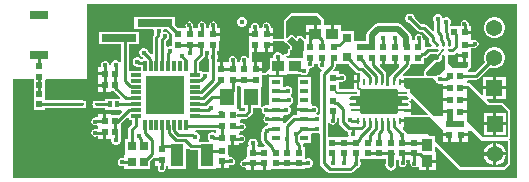
<source format=gtl>
G04*
G04 #@! TF.GenerationSoftware,Altium Limited,Altium Designer,25.4.2 (15)*
G04*
G04 Layer_Physical_Order=1*
G04 Layer_Color=255*
%FSLAX44Y44*%
%MOMM*%
G71*
G04*
G04 #@! TF.SameCoordinates,0B5DAD5C-0C0E-4793-B882-C7F6C3490101*
G04*
G04*
G04 #@! TF.FilePolarity,Positive*
G04*
G01*
G75*
%ADD10C,0.1270*%
%ADD14C,0.2540*%
%ADD17R,0.6200X0.6200*%
%ADD18R,0.6000X0.2400*%
%ADD19R,0.2400X0.6000*%
%ADD20R,3.0000X0.6500*%
%ADD21R,1.1000X1.9000*%
%ADD22R,0.6200X0.6200*%
%ADD23C,0.2450*%
%ADD24R,1.2700X1.3970*%
%ADD25R,0.5000X0.5000*%
%ADD26R,0.5000X0.5000*%
%ADD27R,1.6000X0.8000*%
%ADD28R,0.8000X0.8000*%
%ADD29R,0.9300X1.0100*%
%ADD30R,0.7000X0.7000*%
%ADD31R,0.3000X0.8128*%
%ADD32R,0.8128X0.3000*%
%ADD34R,0.4000X0.5000*%
%ADD35R,0.2032X0.2032*%
%ADD36R,0.7500X0.3500*%
%ADD37R,1.0100X0.9300*%
%ADD38R,3.0500X2.0500*%
%ADD39R,3.2004X3.2004*%
%ADD40C,1.3700*%
%ADD41R,1.3700X1.3700*%
%ADD42R,0.0500X0.0500*%
%ADD43C,0.5080*%
%ADD44C,0.4000*%
%ADD45C,0.3000*%
G36*
X682730Y255524D02*
X255748D01*
Y339090D01*
X273852D01*
Y336440D01*
X273956D01*
Y331072D01*
X273884D01*
Y323342D01*
X273884Y322072D01*
X273884Y320802D01*
Y313072D01*
X282884D01*
Y314238D01*
X314860D01*
X316097Y314484D01*
X317948D01*
Y316335D01*
X318194Y317572D01*
X317948Y318809D01*
Y320516D01*
X316340D01*
X316136Y320652D01*
X314860Y320906D01*
X283135D01*
X282884Y322072D01*
X282884Y323342D01*
Y329256D01*
X282956D01*
Y338256D01*
X283881Y339090D01*
X319024D01*
Y402590D01*
X682730D01*
Y255524D01*
D02*
G37*
%LPC*%
G36*
X450630Y391350D02*
X449038D01*
X447568Y390741D01*
X446443Y389616D01*
X445834Y388146D01*
Y386554D01*
X446443Y385084D01*
X447568Y383959D01*
X449038Y383350D01*
X450630D01*
X452100Y383959D01*
X453225Y385084D01*
X453834Y386554D01*
Y388146D01*
X453225Y389616D01*
X452100Y390741D01*
X450630Y391350D01*
D02*
G37*
G36*
X664894Y391364D02*
X662564D01*
X660313Y390761D01*
X658295Y389596D01*
X656647Y387948D01*
X655482Y385930D01*
X654879Y383679D01*
Y381349D01*
X655482Y379098D01*
X656647Y377080D01*
X658295Y375433D01*
X660313Y374267D01*
X662564Y373664D01*
X664894D01*
X667145Y374267D01*
X669163Y375433D01*
X670811Y377080D01*
X671976Y379098D01*
X672579Y381349D01*
Y383679D01*
X671976Y385930D01*
X670811Y387948D01*
X669163Y389596D01*
X667145Y390761D01*
X664894Y391364D01*
D02*
G37*
G36*
X513334Y394723D02*
X491998D01*
X491218Y394568D01*
X490556Y394126D01*
X490556Y394126D01*
X485756Y389326D01*
X485314Y388664D01*
X485159Y387884D01*
Y375673D01*
X485159Y375673D01*
X485159Y375672D01*
X485238Y375278D01*
X485314Y374893D01*
X485314Y374892D01*
X485315Y374892D01*
X485532Y374566D01*
X485652Y374387D01*
X485370Y373579D01*
X485107Y373138D01*
X484650Y373003D01*
X476504D01*
Y375594D01*
X470864D01*
Y378134D01*
X476504D01*
Y382504D01*
X474097D01*
Y383693D01*
X473843Y384969D01*
X473120Y386050D01*
X473019Y386152D01*
X471938Y386874D01*
X470662Y387128D01*
X469386Y386874D01*
X468304Y386152D01*
X467582Y385070D01*
X467328Y383794D01*
X467332Y383774D01*
X466540Y382504D01*
X464445D01*
Y383185D01*
X464191Y384461D01*
X463469Y385542D01*
X463368Y385644D01*
X462286Y386366D01*
X461010Y386620D01*
X459734Y386366D01*
X458652Y385644D01*
X457930Y384562D01*
X457676Y383286D01*
X456549Y382504D01*
X455572D01*
Y378134D01*
X461212D01*
Y375594D01*
X455572D01*
Y371224D01*
X456112D01*
Y362764D01*
X456112D01*
X456167Y362697D01*
X456073Y362224D01*
Y356794D01*
X455795Y356689D01*
X454803Y356583D01*
X454224Y357449D01*
X453142Y358172D01*
X451866Y358426D01*
X450590Y358172D01*
X449509Y357449D01*
X448786Y356368D01*
X448532Y355092D01*
Y354081D01*
X447854Y353092D01*
X445421D01*
Y355219D01*
X445167Y356495D01*
X444445Y357576D01*
X444318Y357704D01*
X443236Y358426D01*
X441960Y358680D01*
X440684Y358426D01*
X439603Y357704D01*
X438880Y356622D01*
X438626Y355346D01*
X438753Y354707D01*
Y353092D01*
X436574D01*
Y353040D01*
X433832D01*
Y347400D01*
X431292D01*
Y353040D01*
X428784D01*
Y355563D01*
X428841Y355620D01*
X429450Y357090D01*
Y358682D01*
X428841Y360152D01*
X428784Y360209D01*
Y362764D01*
X430550D01*
Y371224D01*
X431090D01*
Y375594D01*
X425450D01*
Y378134D01*
X431090D01*
Y382504D01*
X428911D01*
Y383760D01*
X429038Y384398D01*
X428784Y385674D01*
X428061Y386755D01*
X426980Y387478D01*
X425704Y387732D01*
X424428Y387478D01*
X423346Y386755D01*
X423219Y386628D01*
X422497Y385547D01*
X422243Y384271D01*
Y382504D01*
X420206D01*
X420050Y382594D01*
X419367Y383355D01*
X419236Y383644D01*
X419386Y384398D01*
X419132Y385674D01*
X418410Y386755D01*
X417328Y387478D01*
X416052Y387732D01*
X414776Y387478D01*
X413694Y386755D01*
X413441Y386502D01*
X412718Y385420D01*
X412464Y384144D01*
Y382374D01*
X408845D01*
Y384271D01*
X408591Y385547D01*
X407868Y386628D01*
X407742Y386755D01*
X406660Y387478D01*
X405384Y387732D01*
X404108Y387478D01*
X403027Y386755D01*
X402304Y385674D01*
X402050Y384398D01*
X402177Y383760D01*
Y382374D01*
X399998D01*
Y381834D01*
X395601D01*
X392934Y384501D01*
Y391838D01*
X358934D01*
Y381338D01*
X374684D01*
X375389Y380282D01*
X375321Y380117D01*
Y378525D01*
X375708Y377592D01*
Y377089D01*
X375206Y376588D01*
X374484Y375506D01*
X374230Y374230D01*
Y360363D01*
X373057Y359876D01*
X370776Y362157D01*
Y362238D01*
X370167Y363708D01*
X369042Y364833D01*
X367572Y365442D01*
X365980D01*
X364510Y364833D01*
X363385Y363708D01*
X362776Y362238D01*
Y360646D01*
X363385Y359176D01*
X364510Y358051D01*
X365980Y357442D01*
X365792Y356250D01*
X365694Y356013D01*
X364400D01*
X363708Y356705D01*
X362238Y357314D01*
X360646D01*
X359176Y356705D01*
X358051Y355580D01*
X357442Y354110D01*
Y352518D01*
X358051Y351048D01*
X359176Y349923D01*
X360646Y349314D01*
X362238D01*
X362364Y349366D01*
X362472Y349345D01*
X364064D01*
Y346120D01*
X354235D01*
X354108Y347337D01*
Y368638D01*
X362934D01*
Y379138D01*
X328934D01*
Y368638D01*
X347440D01*
Y353804D01*
X346735Y353491D01*
X346170Y353415D01*
X345166Y354419D01*
X343696Y355028D01*
X342104D01*
X340634Y354419D01*
X339509Y353294D01*
X338900Y351824D01*
Y351299D01*
X338100Y350578D01*
X337598Y351028D01*
X337344Y352304D01*
X336622Y353386D01*
X335540Y354108D01*
X334264Y354362D01*
X332988Y354108D01*
X331907Y353386D01*
X331688Y353167D01*
X330966Y352086D01*
X330712Y350810D01*
Y349048D01*
X328188D01*
Y344678D01*
X333828D01*
Y342138D01*
X328188D01*
Y337768D01*
Y335026D01*
X333828D01*
Y333756D01*
X335098D01*
Y328116D01*
X339468D01*
Y328656D01*
X341253D01*
X346736Y323173D01*
X346250Y322000D01*
X334170D01*
Y320834D01*
X326672D01*
X325396Y320580D01*
X325300Y320516D01*
X323656D01*
Y318872D01*
X323592Y318776D01*
X323338Y317500D01*
X323592Y316224D01*
X323656Y316128D01*
Y314484D01*
X325300D01*
X325396Y314420D01*
X326672Y314166D01*
X334170D01*
Y313000D01*
X346937D01*
X348188Y311748D01*
X348188Y311247D01*
X345571Y308630D01*
X339468D01*
Y309170D01*
X335098D01*
Y303530D01*
X332558D01*
Y309170D01*
X328188D01*
Y306864D01*
X326531D01*
X325255Y306610D01*
X324555Y306143D01*
X324352Y306102D01*
X323270Y305380D01*
X322548Y304298D01*
X322294Y303022D01*
X322548Y301746D01*
X323270Y300665D01*
X324352Y299942D01*
X325628Y299688D01*
X326023D01*
X326918Y299866D01*
X327939Y299270D01*
X328188Y299008D01*
Y297085D01*
X325755D01*
X324479Y296831D01*
X323397Y296108D01*
X323270Y295982D01*
X322548Y294900D01*
X322294Y293624D01*
X322548Y292348D01*
X323270Y291266D01*
X324352Y290544D01*
X325628Y290290D01*
X326267Y290417D01*
X328188D01*
Y288238D01*
X332558D01*
Y293878D01*
X335098D01*
Y288238D01*
X339154D01*
Y286732D01*
X339763Y285262D01*
X340888Y284137D01*
X342358Y283528D01*
X343950D01*
X345420Y284137D01*
X346545Y285262D01*
X347154Y286732D01*
Y288324D01*
X347458Y288778D01*
X347928D01*
Y301557D01*
X353062Y306691D01*
X354235Y306205D01*
Y304120D01*
X356965D01*
Y301295D01*
X354089Y298419D01*
X353366Y297337D01*
X353112Y296061D01*
Y288090D01*
X350946D01*
Y286090D01*
X350832D01*
Y274630D01*
X350406D01*
Y271995D01*
X348337D01*
X347980Y272066D01*
X346704Y271812D01*
X345622Y271089D01*
X344900Y270008D01*
X344646Y268732D01*
X344900Y267456D01*
X345622Y266374D01*
X345694Y266304D01*
X346775Y265581D01*
X348051Y265327D01*
X350406D01*
Y262550D01*
X362486D01*
Y263090D01*
X372446D01*
Y269375D01*
X375203Y272132D01*
X375264Y272106D01*
X382016D01*
Y269566D01*
X376376D01*
Y265196D01*
X378682D01*
Y263652D01*
X378936Y262376D01*
X379659Y261294D01*
X380740Y260572D01*
X382016Y260318D01*
X383292Y260572D01*
X384374Y261294D01*
X385096Y262376D01*
X385350Y263652D01*
Y265196D01*
X387656D01*
X387670Y263932D01*
Y262820D01*
X402670D01*
Y279987D01*
X403843Y280473D01*
X404124Y280193D01*
X405206Y279470D01*
X406482Y279216D01*
X412670D01*
Y262820D01*
X427670D01*
Y263672D01*
X431800D01*
Y269312D01*
X434340D01*
Y263672D01*
X438710D01*
Y265942D01*
X440763D01*
X440944Y265906D01*
X442220Y266160D01*
X443302Y266882D01*
X444024Y267964D01*
X444278Y269240D01*
X444024Y270516D01*
X443302Y271598D01*
X443265Y271633D01*
X442184Y272356D01*
X440908Y272610D01*
X438710D01*
Y274952D01*
X438170D01*
Y283158D01*
X440872D01*
Y288798D01*
X443412D01*
Y283158D01*
X447782D01*
Y285152D01*
X449052Y285315D01*
X449580Y285210D01*
X450856Y285464D01*
X451937Y286187D01*
X452660Y287268D01*
X452914Y288544D01*
X452660Y289820D01*
X451937Y290902D01*
X451810Y291028D01*
X450729Y291751D01*
X449453Y292005D01*
X447782D01*
Y293318D01*
X448036D01*
Y295312D01*
X449306Y295475D01*
X449834Y295370D01*
X451110Y295624D01*
X452192Y296346D01*
X452914Y297428D01*
X453168Y298704D01*
X452914Y299980D01*
X452192Y301061D01*
X452065Y301189D01*
X450983Y301911D01*
X449707Y302165D01*
X448036D01*
Y304598D01*
X448852Y305530D01*
X453338D01*
X454614Y305784D01*
X455695Y306507D01*
X458411Y309222D01*
X459134Y310304D01*
X459388Y311580D01*
Y314611D01*
X464730D01*
X465550Y314611D01*
X465689Y314532D01*
X466589Y313774D01*
X466662Y312601D01*
Y312386D01*
X467271Y310916D01*
X468396Y309791D01*
X469705Y309249D01*
X469725Y309199D01*
X469851Y308561D01*
X469835Y307925D01*
X469067Y307411D01*
X468344Y306330D01*
X468090Y305054D01*
X468344Y303778D01*
X469067Y302696D01*
X469129Y302633D01*
X470211Y301911D01*
X471487Y301657D01*
X471847D01*
X472087Y300815D01*
X471291Y299656D01*
X470650Y299528D01*
X470320Y299308D01*
X469990D01*
X468520Y298699D01*
X467395Y297574D01*
X466786Y296104D01*
Y295774D01*
X466566Y295444D01*
X466312Y294168D01*
Y287274D01*
X466566Y285998D01*
X467289Y284916D01*
X469216Y282989D01*
X468730Y281816D01*
X463833D01*
X462984Y283086D01*
X463232Y283684D01*
Y285276D01*
X462623Y286746D01*
X461498Y287871D01*
X460028Y288480D01*
X458436D01*
X456966Y287871D01*
X455841Y286746D01*
X455232Y285276D01*
Y283684D01*
X455480Y283086D01*
X454631Y281816D01*
X454132D01*
Y273356D01*
X453592D01*
Y270923D01*
X451993D01*
X450717Y270669D01*
X449636Y269946D01*
X449509Y269820D01*
X448786Y268738D01*
X448532Y267462D01*
X448786Y266186D01*
X449509Y265105D01*
X450590Y264382D01*
X451866Y264128D01*
X452322Y264219D01*
X453592Y263708D01*
Y262076D01*
X457962D01*
Y267716D01*
X460502D01*
Y262076D01*
X467614D01*
Y267716D01*
X470154D01*
Y262076D01*
X474524D01*
Y262616D01*
X503194D01*
Y263781D01*
X504464Y264369D01*
X505426Y263970D01*
X507018D01*
X508488Y264579D01*
X509613Y265704D01*
X510222Y267174D01*
Y268766D01*
X509613Y270236D01*
X508488Y271361D01*
X507018Y271970D01*
X505426D01*
X504464Y271571D01*
X504422Y271573D01*
X503276Y272212D01*
X503194Y272315D01*
Y281816D01*
X501428D01*
Y283438D01*
X501334Y283908D01*
X502275Y285178D01*
X508478D01*
Y292678D01*
X509335Y293593D01*
X511010D01*
X511068Y293535D01*
X512538Y292926D01*
X514130D01*
X514572Y293109D01*
X515842Y292261D01*
Y267883D01*
X516096Y266607D01*
X516819Y265526D01*
X522256Y260089D01*
X523337Y259366D01*
X524613Y259112D01*
X541338D01*
X542614Y259366D01*
X543695Y260089D01*
X547069Y263462D01*
X547150D01*
X548620Y264071D01*
X549745Y265196D01*
X550354Y266666D01*
Y268258D01*
X549745Y269728D01*
X549955Y270936D01*
X571470D01*
Y267605D01*
X571189Y266192D01*
X571541Y264421D01*
X572545Y262919D01*
X574047Y261915D01*
X575818Y261563D01*
X577589Y261915D01*
X579091Y262919D01*
X579372Y263200D01*
X579372Y263200D01*
X580376Y264702D01*
X580728Y266473D01*
X580728Y266473D01*
Y270396D01*
X582531D01*
Y267829D01*
X582784Y266553D01*
X583507Y265472D01*
X583620Y265359D01*
X584702Y264636D01*
X585978Y264382D01*
X587254Y264636D01*
X588335Y265359D01*
X589058Y266440D01*
X589312Y267716D01*
X589199Y268286D01*
Y270396D01*
X592436D01*
Y267575D01*
X592690Y266299D01*
X593413Y265218D01*
X593526Y265105D01*
X594608Y264382D01*
X595884Y264128D01*
X597160Y264382D01*
X598242Y265105D01*
X598373Y265301D01*
X599643Y264916D01*
Y261792D01*
X605563D01*
Y269382D01*
X606833D01*
Y270652D01*
X614023D01*
Y276972D01*
X613483D01*
Y281388D01*
X614656Y281874D01*
X633812Y262718D01*
X634474Y262276D01*
X635254Y262121D01*
X671576D01*
X671576Y262121D01*
X672356Y262276D01*
X673018Y262718D01*
X676410Y266110D01*
X676852Y266772D01*
X677007Y267552D01*
Y286766D01*
X676852Y287546D01*
X676410Y288208D01*
Y288262D01*
X676574Y288372D01*
X677016Y289034D01*
X677171Y289814D01*
X677171Y311658D01*
X677016Y312438D01*
X676574Y313100D01*
X671240Y318434D01*
X671240Y318434D01*
X670578Y318876D01*
X669798Y319031D01*
X659213Y319031D01*
X657093Y321151D01*
X657579Y322324D01*
X662459D01*
Y330444D01*
X654339D01*
Y325564D01*
X653166Y325078D01*
X643307Y334937D01*
X642645Y335379D01*
X641865Y335534D01*
X641325Y335427D01*
X640913Y335646D01*
X640055Y336560D01*
X640055Y336774D01*
X640055D01*
Y337642D01*
X640953Y338540D01*
X648489D01*
X649765Y338794D01*
X650847Y339517D01*
X660240Y348910D01*
X660313Y348867D01*
X662564Y348264D01*
X664894D01*
X667145Y348867D01*
X669163Y350033D01*
X670811Y351680D01*
X671976Y353698D01*
X672579Y355949D01*
Y358279D01*
X671976Y360530D01*
X670811Y362548D01*
X669163Y364196D01*
X667145Y365361D01*
X664894Y365964D01*
X662564D01*
X660313Y365361D01*
X658295Y364196D01*
X656647Y362548D01*
X655482Y360530D01*
X654879Y358279D01*
Y355949D01*
X655482Y353698D01*
X655525Y353625D01*
X647108Y345208D01*
X641264D01*
X641106Y345655D01*
X641052Y346478D01*
X641522Y346792D01*
X643125Y348395D01*
X643567Y349057D01*
X643722Y349837D01*
Y353578D01*
X643628Y354051D01*
X643683Y354118D01*
X643683D01*
Y362578D01*
X644223D01*
Y364884D01*
X645953D01*
X647229Y365138D01*
X648068Y365699D01*
X648214Y365728D01*
X649296Y366451D01*
X650018Y367532D01*
X650272Y368808D01*
X650018Y370084D01*
X649296Y371166D01*
X648214Y371888D01*
X646938Y372142D01*
X646543D01*
X645493Y371933D01*
X644656Y372374D01*
X644223Y372718D01*
Y373858D01*
X644151D01*
Y377180D01*
X638511D01*
Y379720D01*
X644151D01*
Y384090D01*
X641741D01*
Y385722D01*
X641487Y386997D01*
X640764Y388079D01*
X640659Y388184D01*
X639578Y388906D01*
X638302Y389160D01*
X637026Y388906D01*
X635945Y388184D01*
X635222Y387102D01*
X634968Y385826D01*
X635073Y385300D01*
Y384090D01*
X632871D01*
Y383550D01*
X625888D01*
Y385027D01*
X625945Y385084D01*
X626554Y386554D01*
Y388146D01*
X625945Y389616D01*
X624820Y390741D01*
X623350Y391350D01*
X621758D01*
X621064Y391062D01*
X620251Y390788D01*
X619531Y391697D01*
X619341Y392156D01*
X618216Y393281D01*
X616746Y393890D01*
X615154D01*
X613684Y393281D01*
X612559Y392156D01*
X611950Y390686D01*
Y389094D01*
X612559Y387624D01*
X612616Y387567D01*
Y380113D01*
X611346Y379587D01*
X606096Y384837D01*
X605015Y385560D01*
X603739Y385813D01*
X601628D01*
X596328Y391113D01*
Y391194D01*
X595719Y392664D01*
X594594Y393789D01*
X593124Y394398D01*
X591532D01*
X590062Y393789D01*
X588937Y392664D01*
X588328Y391194D01*
Y389602D01*
X588937Y388132D01*
X590062Y387007D01*
X591532Y386398D01*
X591613D01*
X597889Y380122D01*
X598971Y379399D01*
X600247Y379145D01*
X602358D01*
X608044Y373459D01*
Y371856D01*
X608298Y370580D01*
X609021Y369498D01*
X610801Y367718D01*
X610315Y366544D01*
X607570D01*
X606294Y366291D01*
X606096Y366158D01*
X605384Y366386D01*
X604826Y366837D01*
Y371836D01*
X602915D01*
Y373747D01*
X602661Y375023D01*
X601938Y376105D01*
X601797Y376245D01*
X600716Y376968D01*
X599440Y377222D01*
X598164Y376968D01*
X597082Y376245D01*
X596360Y375164D01*
X596106Y373888D01*
X596246Y373181D01*
Y371836D01*
X593578D01*
Y374473D01*
X593226Y376244D01*
X592222Y377746D01*
X592222Y377746D01*
X585187Y384781D01*
X583685Y385785D01*
X581914Y386137D01*
X581914Y386137D01*
X565150D01*
X563379Y385785D01*
X561877Y384781D01*
X561877Y384781D01*
X556518Y379422D01*
X555514Y377921D01*
X555162Y376149D01*
X555162Y376149D01*
Y371286D01*
X544761D01*
Y380004D01*
X533856D01*
Y384634D01*
X527536D01*
Y377444D01*
X524996D01*
Y384634D01*
X519175D01*
Y388882D01*
X519175Y388882D01*
X519020Y389662D01*
X518578Y390324D01*
X518578Y390324D01*
X514776Y394126D01*
X514114Y394568D01*
X513334Y394723D01*
D02*
G37*
G36*
X673119Y341104D02*
X664999D01*
Y332984D01*
X673119D01*
Y341104D01*
D02*
G37*
G36*
X662459D02*
X654339D01*
Y332984D01*
X662459D01*
Y341104D01*
D02*
G37*
G36*
X332558Y332486D02*
X328188D01*
Y328116D01*
X332558D01*
Y332486D01*
D02*
G37*
G36*
X673119Y330444D02*
X664999D01*
Y322324D01*
X673119D01*
Y330444D01*
D02*
G37*
G36*
X614023Y268112D02*
X608103D01*
Y261792D01*
X614023D01*
Y268112D01*
D02*
G37*
%LPD*%
G36*
X517136Y388882D02*
Y384634D01*
X513356D01*
Y377444D01*
X512086D01*
Y376174D01*
X504496D01*
Y373854D01*
X503226Y373328D01*
X500888Y375666D01*
X496798D01*
Y373348D01*
X495998D01*
X493698Y375648D01*
Y375666D01*
X493624D01*
X492970Y376320D01*
X492199Y376639D01*
X491998Y376723D01*
X491026Y376320D01*
X490559Y376002D01*
X490298Y375825D01*
Y375648D01*
X487998Y373348D01*
X487198D01*
Y375673D01*
Y387884D01*
X491998Y392684D01*
X513334D01*
X517136Y388882D01*
D02*
G37*
G36*
X390886Y377119D02*
Y367478D01*
X389616Y366629D01*
X389416Y366712D01*
X387824D01*
X387168Y366440D01*
X385898Y367289D01*
Y371345D01*
X386688Y371672D01*
X387813Y372797D01*
X388422Y374267D01*
Y375859D01*
X387813Y377329D01*
X386688Y378454D01*
X385218Y379063D01*
X383627D01*
X383321Y380070D01*
X383321Y380115D01*
Y380117D01*
X383252Y380282D01*
X383958Y381338D01*
X386667D01*
X390886Y377119D01*
D02*
G37*
G36*
X487198Y369098D02*
Y369348D01*
X487998D01*
X490298Y367048D01*
Y364748D01*
X488748D01*
Y361748D01*
X487172Y360172D01*
X485394D01*
X484748Y359526D01*
X483502Y359774D01*
X483451Y359898D01*
X482326Y361023D01*
X480856Y361632D01*
X479264D01*
X477794Y361023D01*
X476669Y359898D01*
X476060Y358428D01*
Y356836D01*
X475774Y356408D01*
X473286D01*
Y348064D01*
X469522Y344300D01*
X467158D01*
Y346130D01*
X461518D01*
Y347400D01*
X460248D01*
Y353040D01*
X458112D01*
Y362224D01*
X459942D01*
Y367864D01*
X462482D01*
Y362224D01*
X469594D01*
Y367864D01*
X470864D01*
Y369134D01*
X476504D01*
Y370964D01*
X485332D01*
X487198Y369098D01*
D02*
G37*
G36*
X632943Y361399D02*
Y360488D01*
X638583D01*
Y359218D01*
X639853D01*
Y353578D01*
X641683D01*
Y349837D01*
X640080Y348234D01*
X628396D01*
X624078Y352552D01*
Y358931D01*
X625295Y359435D01*
X629183Y359435D01*
X631673Y361925D01*
X632943Y361399D01*
D02*
G37*
G36*
X618116Y360065D02*
X616015Y357963D01*
X616110Y357901D01*
X616854Y357759D01*
X616891Y357729D01*
X616934Y356419D01*
X615867Y355353D01*
X614174Y355353D01*
X613394Y355198D01*
X612732Y354756D01*
X612732Y354756D01*
X604602Y346626D01*
X604602Y346626D01*
X604160Y345964D01*
X604005Y345184D01*
X604005Y343154D01*
X604067Y342840D01*
X603401Y341758D01*
X603169Y341570D01*
X587829D01*
X587179Y341570D01*
X586986Y341556D01*
X586639Y341531D01*
X586326Y341775D01*
X586162Y343363D01*
X591867Y349068D01*
X592589Y350150D01*
X592843Y351426D01*
Y352086D01*
X594609D01*
Y352096D01*
X604286D01*
Y356504D01*
X605452Y356736D01*
X606533Y357459D01*
X608951Y359876D01*
X614740D01*
X614897Y359686D01*
X615051Y358944D01*
X615108Y358860D01*
X617215Y360966D01*
X618116Y360065D01*
D02*
G37*
G36*
X493998Y373348D02*
X498173Y369173D01*
Y369348D01*
X497358Y371314D01*
X497373Y371348D01*
X497358Y371382D01*
X498173Y373348D01*
Y373627D01*
X500043D01*
X501784Y371886D01*
X502392Y371296D01*
Y362836D01*
X501852D01*
Y357560D01*
X501566Y356408D01*
X487926D01*
Y356948D01*
X487725D01*
X487600Y358218D01*
X487952Y358288D01*
X488614Y358730D01*
X490190Y360306D01*
X490632Y360968D01*
X490787Y361748D01*
Y363576D01*
X491270Y363776D01*
X491311Y363874D01*
X492252D01*
Y367094D01*
X488852Y370494D01*
D01*
X487998Y371348D01*
X491998Y375348D01*
X493998Y373348D01*
D02*
G37*
G36*
X580873Y351546D02*
X582703D01*
Y349335D01*
X576152Y342783D01*
X575429Y341701D01*
X575395Y341531D01*
X575239D01*
Y341051D01*
X574639Y340451D01*
Y333531D01*
X572239D01*
Y342851D01*
X571743Y343347D01*
X571519Y344472D01*
X570797Y345554D01*
X566597Y349754D01*
Y351546D01*
X568427D01*
Y357186D01*
X570967D01*
Y351546D01*
X578333D01*
Y357186D01*
X580873D01*
Y351546D01*
D02*
G37*
G36*
X514318Y351028D02*
X514572Y349752D01*
X515294Y348671D01*
X516376Y347948D01*
X517098Y347804D01*
X517571Y346482D01*
X516819Y345729D01*
X516096Y344647D01*
X515842Y343371D01*
Y309465D01*
X514572Y308617D01*
X514130Y308800D01*
X513042D01*
X512657Y310070D01*
X513405Y310571D01*
X514128Y311652D01*
X514382Y312928D01*
X514128Y314204D01*
X513405Y315285D01*
X512324Y316008D01*
X511048Y316262D01*
X509236D01*
X509018Y316563D01*
Y317218D01*
X509018D01*
X508478Y318461D01*
Y323908D01*
X508478Y324678D01*
X508478Y325948D01*
Y331908D01*
X508478Y332678D01*
X508478Y333948D01*
Y340678D01*
X496978D01*
Y333948D01*
X496978Y333178D01*
X496978Y331908D01*
Y325948D01*
X496978Y325178D01*
X496978Y323908D01*
Y317218D01*
X496438D01*
Y314198D01*
X502728D01*
Y311658D01*
X496438D01*
Y308638D01*
X495324Y308262D01*
X493904D01*
X492628Y308008D01*
X491547Y307285D01*
X486288Y302027D01*
X485490Y302208D01*
X485018Y302513D01*
Y303658D01*
X478728D01*
Y306198D01*
X485018D01*
Y308116D01*
X486288Y308965D01*
X486376Y308928D01*
X487968D01*
X489438Y309537D01*
X490563Y310662D01*
X491172Y312132D01*
Y313724D01*
X490563Y315194D01*
X489971Y315786D01*
X490112Y316419D01*
X490426Y317127D01*
X491724Y317665D01*
X492849Y318790D01*
X493458Y320260D01*
Y321852D01*
X492849Y323322D01*
X491724Y324447D01*
X491586Y324504D01*
X491553Y324560D01*
X491385Y325962D01*
X492087Y326664D01*
X492696Y328134D01*
Y329726D01*
X492087Y331196D01*
X490962Y332321D01*
X489492Y332930D01*
X487900D01*
X486430Y332321D01*
X485174Y332435D01*
X484478Y333178D01*
X484478Y333948D01*
Y340678D01*
X472978D01*
Y333948D01*
X472978Y333178D01*
X472978Y331908D01*
Y325178D01*
X472978D01*
Y324678D01*
X472978D01*
Y317927D01*
X471758Y317058D01*
X471458Y317182D01*
X469866D01*
X468396Y316573D01*
X467271Y315448D01*
X467115Y315070D01*
X467017Y314997D01*
X465837Y315316D01*
X465804Y315444D01*
X465804Y315762D01*
X465804Y315762D01*
X465804Y315776D01*
Y332581D01*
X466618Y333300D01*
X466618D01*
Y341073D01*
X467158Y342261D01*
X469522D01*
X470302Y342416D01*
X470964Y342858D01*
X470964Y342858D01*
X471573Y343467D01*
X472746Y342981D01*
Y342568D01*
X479066D01*
Y349758D01*
X481606D01*
Y342568D01*
X487926D01*
Y343108D01*
X497574D01*
X497896Y343044D01*
X499913D01*
X500146Y342811D01*
X501616Y342202D01*
X503208D01*
X504678Y342811D01*
X505803Y343936D01*
X506412Y345406D01*
Y346998D01*
X506356Y347133D01*
X507270Y348246D01*
X507492Y348202D01*
X508768Y348456D01*
X509850Y349179D01*
X510572Y350260D01*
X510826Y351536D01*
Y351556D01*
X514318D01*
Y351028D01*
D02*
G37*
G36*
X422116Y360209D02*
X422059Y360152D01*
X421450Y358682D01*
Y357090D01*
X422059Y355620D01*
X422116Y355563D01*
Y345422D01*
X420846Y344877D01*
X419642Y345376D01*
X418050D01*
X417163Y345008D01*
X415893Y345739D01*
Y346120D01*
X413163D01*
Y352822D01*
X417901Y357561D01*
X418624Y358642D01*
X418878Y359918D01*
Y362634D01*
X420644D01*
Y362764D01*
X422116D01*
Y360209D01*
D02*
G37*
G36*
X621520Y347454D02*
X621040Y346974D01*
X620855D01*
Y346789D01*
X616902Y342836D01*
X616678D01*
X615208Y342227D01*
X614611Y341630D01*
X607568D01*
X606044Y343154D01*
X606044Y345184D01*
X614174Y353314D01*
X616712Y353314D01*
X619070Y355672D01*
Y358210D01*
X621520D01*
Y347454D01*
D02*
G37*
G36*
X449104Y332581D02*
Y314611D01*
X452720D01*
Y312961D01*
X451957Y312198D01*
X447496D01*
Y313964D01*
X446486D01*
X445484Y314611D01*
Y328354D01*
X445548Y328676D01*
Y333174D01*
X446766Y333300D01*
X446766Y333300D01*
X446766Y333300D01*
X448132D01*
X449104Y332581D01*
D02*
G37*
G36*
X532761Y352004D02*
X540046D01*
X540143Y351907D01*
X540233Y351456D01*
X540956Y350374D01*
X546480Y344850D01*
X547562Y344127D01*
X548838Y343873D01*
X549805D01*
X550216Y343341D01*
X549709Y342310D01*
Y336531D01*
X548439D01*
Y335261D01*
X544699D01*
Y330991D01*
X543537Y330730D01*
X539440D01*
Y330217D01*
X531923D01*
Y334456D01*
X532463D01*
Y336767D01*
X534919D01*
X536195Y337021D01*
X537277Y337744D01*
X537282Y337748D01*
X538004Y338830D01*
X538258Y340106D01*
X538004Y341382D01*
X537282Y342464D01*
X536200Y343186D01*
X534924Y343440D01*
X534899Y343435D01*
X532463D01*
Y345736D01*
X527915D01*
X527430Y346910D01*
X528367Y347847D01*
X529089Y348928D01*
X529343Y350204D01*
Y352014D01*
X532761D01*
Y352004D01*
D02*
G37*
G36*
X581689Y329780D02*
Y324280D01*
X589939D01*
X590939Y323280D01*
Y322280D01*
X589939Y321280D01*
X585689D01*
Y318780D01*
X589939D01*
X590939Y317780D01*
Y316780D01*
X589939Y315780D01*
X581689D01*
Y310280D01*
X580689Y309280D01*
X551189D01*
X550189Y310280D01*
Y315780D01*
X541939D01*
X540939Y316780D01*
Y317780D01*
X541939Y318780D01*
X546189D01*
Y321280D01*
X541939D01*
X540939Y322280D01*
Y323280D01*
X541939Y324280D01*
X550189D01*
Y329780D01*
X551189Y330780D01*
X580689D01*
X581689Y329780D01*
D02*
G37*
G36*
X607456Y309744D02*
X606970Y308570D01*
X594159D01*
X592980Y308790D01*
Y311260D01*
X587440D01*
Y313800D01*
X592980D01*
Y316270D01*
X592980D01*
X592897Y316371D01*
X592978Y316780D01*
Y317780D01*
X592978Y317780D01*
X592823Y318561D01*
X592381Y319222D01*
X591763Y320221D01*
X592381Y320838D01*
X592823Y321500D01*
X592978Y322280D01*
Y322425D01*
X594248Y322951D01*
X607456Y309744D01*
D02*
G37*
G36*
X613495Y337989D02*
X614083Y336570D01*
X615208Y335445D01*
X616627Y334857D01*
X616924Y334560D01*
X620315D01*
Y332730D01*
X625955D01*
Y330190D01*
X620315D01*
Y325820D01*
Y322570D01*
X625955D01*
Y320030D01*
X620315D01*
Y315660D01*
Y312410D01*
X625955D01*
Y309870D01*
X620315D01*
Y308040D01*
X612043D01*
X592440Y327644D01*
Y330730D01*
X589353D01*
X587179Y332904D01*
Y335261D01*
X583439D01*
Y337801D01*
X587179D01*
Y339531D01*
X611953D01*
X613495Y337989D01*
D02*
G37*
G36*
X532098Y302478D02*
X532352Y301202D01*
X533074Y300120D01*
X538291Y294904D01*
X539373Y294181D01*
X539686Y294119D01*
X540068Y293404D01*
Y291812D01*
X540236Y291406D01*
X539388Y290136D01*
X522510D01*
Y301639D01*
X523688Y302422D01*
X523780Y302412D01*
X524439Y301427D01*
X525520Y300704D01*
X526796Y300450D01*
X528072Y300704D01*
X529154Y301427D01*
X529167Y301440D01*
X529890Y302522D01*
X530144Y303798D01*
Y306080D01*
X532098D01*
Y302478D01*
D02*
G37*
G36*
X428296Y294167D02*
X427810Y293851D01*
X426772Y293640D01*
X425738Y294068D01*
X424146D01*
X422676Y293459D01*
X421551Y292334D01*
X420942Y290864D01*
Y289272D01*
X421551Y287802D01*
X422263Y287090D01*
X421737Y285820D01*
X416262D01*
X415940Y285884D01*
X413733D01*
X413207Y287154D01*
X413601Y287548D01*
X414210Y289018D01*
Y290610D01*
X413601Y292080D01*
X412476Y293205D01*
X411006Y293814D01*
X410883D01*
X410399Y294354D01*
X410967Y295624D01*
X428296D01*
Y294167D01*
D02*
G37*
G36*
X658368Y316992D02*
X669798Y316992D01*
X675132Y311658D01*
X675132Y289814D01*
X654050D01*
X640381Y303483D01*
Y305500D01*
X640595D01*
Y309870D01*
X634955D01*
Y312410D01*
X640595D01*
Y315660D01*
Y320030D01*
X634955D01*
Y322570D01*
X640595D01*
Y325820D01*
Y330190D01*
X634955D01*
Y332730D01*
X640595D01*
Y332969D01*
X641865Y333495D01*
X658368Y316992D01*
D02*
G37*
G36*
X619989Y295935D02*
Y292924D01*
X625629D01*
Y291654D01*
X626899D01*
Y286014D01*
X634011D01*
Y291654D01*
X635281D01*
Y292924D01*
X640921D01*
Y294754D01*
X645046D01*
X653034Y286766D01*
X674968D01*
Y267552D01*
X671576Y264160D01*
X635254D01*
X613483Y285931D01*
Y290612D01*
X608802D01*
X606552Y292862D01*
X589908D01*
X589555Y293215D01*
X589142Y294212D01*
X588017Y295337D01*
X587020Y295750D01*
X585952Y296818D01*
X586438Y297991D01*
X587179D01*
Y302261D01*
X583439D01*
Y304801D01*
X587179D01*
Y306531D01*
X609393D01*
X619989Y295935D01*
D02*
G37*
%LPC*%
G36*
X510816Y384634D02*
X504496D01*
Y378714D01*
X510816D01*
Y384634D01*
D02*
G37*
G36*
X476504Y366594D02*
X472134D01*
Y362224D01*
X476504D01*
Y366594D01*
D02*
G37*
G36*
X467158Y353040D02*
X462788D01*
Y348670D01*
X467158D01*
Y353040D01*
D02*
G37*
G36*
X637313Y357948D02*
X632943D01*
Y353578D01*
X637313D01*
Y357948D01*
D02*
G37*
G36*
X547169Y342071D02*
X544699D01*
Y337801D01*
X547169D01*
Y342071D01*
D02*
G37*
G36*
X673373Y310370D02*
X665253D01*
Y302250D01*
X673373D01*
Y310370D01*
D02*
G37*
G36*
X662713D02*
X654593D01*
Y302250D01*
X662713D01*
Y310370D01*
D02*
G37*
G36*
X673373Y299710D02*
X665253D01*
Y291590D01*
X673373D01*
Y299710D01*
D02*
G37*
G36*
X662713D02*
X654593D01*
Y291590D01*
X662713D01*
Y299710D01*
D02*
G37*
G36*
X640921Y290384D02*
X636551D01*
Y286014D01*
X640921D01*
Y290384D01*
D02*
G37*
G36*
X624359D02*
X619989D01*
Y286014D01*
X624359D01*
Y290384D01*
D02*
G37*
G36*
X665253Y284961D02*
Y276850D01*
X673364D01*
X672733Y279205D01*
X671497Y281346D01*
X669749Y283094D01*
X667607Y284330D01*
X665253Y284961D01*
D02*
G37*
G36*
X662713D02*
X660359Y284330D01*
X658217Y283094D01*
X656469Y281346D01*
X655233Y279205D01*
X654602Y276850D01*
X662713D01*
Y284961D01*
D02*
G37*
G36*
X673364Y274310D02*
X665253D01*
Y266199D01*
X667607Y266830D01*
X669749Y268066D01*
X671497Y269815D01*
X672733Y271956D01*
X673364Y274310D01*
D02*
G37*
G36*
X662713D02*
X654602D01*
X655233Y271956D01*
X656469Y269815D01*
X658217Y268066D01*
X660359Y266830D01*
X662713Y266199D01*
Y274310D01*
D02*
G37*
%LPD*%
D10*
X616839Y359701D02*
X620295Y363210D01*
X530389Y327530D02*
X544440D01*
X526823Y331096D02*
X530389Y327530D01*
X565939Y320030D02*
X573439Y327530D01*
X587440D01*
X565939Y320030D02*
X573439Y312530D01*
X587440D01*
X556324Y329645D02*
X565939Y320030D01*
X550420Y329645D02*
X556324D01*
X548439Y331626D02*
X550420Y329645D01*
X548439Y331626D02*
Y336531D01*
X558439Y312530D02*
X565939Y320030D01*
X544440Y312530D02*
X558439D01*
D14*
X607570Y363210D02*
X615295D01*
X541338Y262446D02*
X546354Y267462D01*
X524613Y262446D02*
X541338D01*
X519176Y267883D02*
X524613Y262446D01*
X519176Y267883D02*
Y343371D01*
X526009Y350204D01*
Y355284D01*
X527839Y357114D01*
X595795Y274231D02*
X595884D01*
X595771Y267575D02*
Y274206D01*
X594868Y275247D02*
X595884Y274231D01*
X595771Y274206D02*
X595795Y274231D01*
X595771Y267575D02*
X595884Y267462D01*
X594868Y275247D02*
X595657Y276036D01*
X596557Y275136D01*
X601079D02*
X603053Y273162D01*
X603453D02*
X606833Y269782D01*
X596557Y275136D02*
X601079D01*
X603053Y273162D02*
X603453D01*
X606833Y269382D02*
Y269782D01*
X433070Y269312D02*
X433106Y269276D01*
X440908D01*
X440944Y269240D01*
X603739Y382479D02*
X611378Y374840D01*
X600247Y382479D02*
X603739D01*
X592328Y390398D02*
X600247Y382479D01*
X405384Y384398D02*
X405511Y384271D01*
Y376861D02*
Y384271D01*
X415798Y376988D02*
Y384144D01*
X416052Y384398D01*
X425577Y376991D02*
Y384271D01*
X425704Y384398D01*
X546354Y267462D02*
X546368Y267476D01*
Y276023D01*
X546381Y276036D01*
X278384Y317572D02*
X314860D01*
X624125Y340044D02*
X625953Y341872D01*
X622637Y338836D02*
X623845Y340044D01*
X625953Y341872D02*
Y341874D01*
X623845Y340044D02*
X624125D01*
X617474Y338836D02*
X622637D01*
X379042Y379042D02*
X379321Y379321D01*
X377564Y349885D02*
Y374230D01*
X379042Y375708D02*
Y379042D01*
X377564Y374230D02*
X379042Y375708D01*
X615024Y368210D02*
X615295D01*
X611378Y371856D02*
X615024Y368210D01*
X611378Y371856D02*
Y374840D01*
X399542Y358095D02*
Y358394D01*
Y358095D02*
X402334Y355303D01*
Y350115D02*
Y355303D01*
Y350115D02*
X402564Y349885D01*
X615950Y378968D02*
X618601Y376317D01*
X615950Y378968D02*
Y389890D01*
X526823Y340096D02*
X526828Y340101D01*
X534919D02*
X534924Y340106D01*
X526828Y340101D02*
X534919D01*
X425450Y357886D02*
Y367864D01*
X405638Y367734D02*
X405765Y367607D01*
Y361569D02*
X405892Y361442D01*
X405765Y361569D02*
Y367607D01*
X418773Y341376D02*
X418846D01*
X415247Y337850D02*
X418773Y341376D01*
X410059Y337850D02*
X415247D01*
X409829Y337620D02*
X410059Y337850D01*
X415247Y327850D02*
X425450Y338053D01*
X417012Y322850D02*
X432562Y338400D01*
X424688Y323596D02*
X437134D01*
X418712Y317620D02*
X424688Y323596D01*
X470786Y295308D02*
X471926Y296448D01*
X622554Y378953D02*
X623141Y378366D01*
X618601Y372115D02*
X620295Y370421D01*
Y368210D02*
Y370421D01*
X623141Y373996D02*
Y378366D01*
Y373996D02*
X625295Y371842D01*
X618601Y372115D02*
Y376317D01*
X625295Y368210D02*
Y371842D01*
X622554Y378953D02*
Y387350D01*
X602351Y359816D02*
X604176D01*
X599721Y357186D02*
X602351Y359816D01*
X604176D02*
X607570Y363210D01*
X579603Y366186D02*
X579616Y366199D01*
Y373876D01*
X579628Y373888D01*
X513333Y296927D02*
X513334Y296926D01*
X502729Y296927D02*
X513333D01*
X502728Y296928D02*
X502729Y296927D01*
X630963Y370188D02*
X631060Y370091D01*
Y366330D02*
Y370091D01*
X630982Y366252D02*
X631060Y366330D01*
X630963Y370188D02*
Y376960D01*
X630982Y366024D02*
Y366252D01*
X513270Y304864D02*
X513334Y304800D01*
X502792Y304864D02*
X513270D01*
X502728Y304928D02*
X502792Y304864D01*
X569468Y373888D02*
X569583Y373773D01*
Y366301D02*
Y373773D01*
X543306Y297261D02*
X543789Y296778D01*
Y292887D02*
Y296778D01*
Y292887D02*
X544068Y292608D01*
X543306Y297261D02*
X550994D01*
X549917Y289764D02*
X558369Y298216D01*
X546381Y285036D02*
X549917Y288572D01*
Y289764D01*
X526796Y303784D02*
X526810Y303798D01*
Y311707D02*
X526823Y311720D01*
X526810Y303798D02*
Y311707D01*
X526569Y276036D02*
X526683Y275923D01*
Y267829D02*
Y275923D01*
Y267829D02*
X526796Y267716D01*
X541274Y304546D02*
X541669D01*
X542684Y303531D01*
X548439D01*
X606833Y283162D02*
Y283562D01*
X585865Y267829D02*
Y275923D01*
Y267829D02*
X585978Y267716D01*
X333828Y333756D02*
Y343408D01*
X350774Y336957D02*
Y374448D01*
X388620Y362317D02*
Y362712D01*
X387564Y361261D02*
X388620Y362317D01*
X387564Y349885D02*
Y361261D01*
X382564Y372810D02*
X384422Y374668D01*
X382564Y349885D02*
Y372810D01*
X361442Y353314D02*
X361837D01*
X362472Y352679D01*
X367334D01*
X367564Y352449D01*
Y349885D02*
Y352449D01*
X488442Y299466D02*
X493904Y304928D01*
X488442Y288091D02*
Y299466D01*
Y276716D02*
Y288091D01*
X478728Y312928D02*
X487172D01*
X495708Y285823D02*
Y292033D01*
X493904Y304928D02*
X502728D01*
X500123Y296448D02*
X502248D01*
X495708Y292033D02*
X500123Y296448D01*
X502248D02*
X502728Y296928D01*
X489394Y320992D02*
X489458Y321056D01*
X478792Y320992D02*
X489394D01*
X471926Y296448D02*
X478248D01*
X478665Y304991D02*
X478728Y304928D01*
X471487Y304991D02*
X478665D01*
X471424Y305054D02*
X471487Y304991D01*
X469646Y294168D02*
X470786Y295308D01*
X478601Y313055D02*
X478728Y312928D01*
X392794Y294937D02*
X396101Y291630D01*
X407999D01*
X402024Y287090D02*
X403940Y285175D01*
X407999Y291630D02*
X409815Y289814D01*
X394220Y287090D02*
X402024D01*
X392564Y300355D02*
X392794Y300125D01*
Y294937D02*
Y300125D01*
X409815Y289814D02*
X410210D01*
X402794Y298958D02*
X433396D01*
X470662Y383794D02*
X470763Y383693D01*
Y376965D02*
Y383693D01*
Y376965D02*
X470864Y376864D01*
X461010Y383286D02*
X461111Y383185D01*
Y376965D02*
Y383185D01*
Y376965D02*
X461212Y376864D01*
X409829Y342620D02*
Y354203D01*
X415544Y359918D02*
Y367734D01*
X409829Y354203D02*
X415544Y359918D01*
X424942Y290068D02*
X425337D01*
X426607Y288798D01*
X433142D01*
X342991Y287691D02*
X343154Y287528D01*
X342991Y287691D02*
Y293715D01*
X342828Y293878D02*
X342991Y293715D01*
X342864Y350992D02*
X342900Y351028D01*
X342864Y343444D02*
Y350992D01*
X342828Y343408D02*
X342864Y343444D01*
X478663Y267843D02*
X506095D01*
X342828Y333756D02*
Y343408D01*
Y331796D02*
Y333756D01*
X351881Y322743D02*
X360299D01*
X354046Y312390D02*
X360299D01*
X342828Y293878D02*
Y303530D01*
Y293624D02*
Y293878D01*
X334046Y343662D02*
Y350810D01*
X333792Y343408D02*
X334046Y343662D01*
Y350810D02*
X334264Y351028D01*
X384422Y374668D02*
Y375063D01*
X366776Y361442D02*
X372334Y355884D01*
Y350115D02*
Y355884D01*
Y350115D02*
X372564Y349885D01*
X369024Y387148D02*
X385572D01*
X395986Y376734D01*
Y367734D02*
X405638D01*
X350774Y336957D02*
X354880Y332850D01*
X360069D01*
X360299Y332620D01*
X506095Y267843D02*
X506222Y267970D01*
X478536Y267716D02*
X478663Y267843D01*
X459232Y276716D02*
Y284480D01*
Y276716D02*
X468884D01*
X451866Y267462D02*
X451993Y267589D01*
X468757D01*
X468884Y267716D01*
X495708Y285823D02*
X498094Y283438D01*
Y276716D02*
Y283438D01*
X478248Y296448D02*
X478728Y296928D01*
X469646Y287274D02*
Y294168D01*
Y287274D02*
X475254Y281666D01*
Y279874D02*
Y281666D01*
Y279874D02*
X478536Y276592D01*
X470662Y313182D02*
X470789Y313055D01*
X478601D01*
X502236Y346378D02*
X502412Y346202D01*
X497896Y346378D02*
X502236D01*
X494516Y349758D02*
X497896Y346378D01*
X480060Y350034D02*
Y357632D01*
Y350034D02*
X480336Y349758D01*
X517652Y351028D02*
Y357196D01*
X507492Y351536D02*
Y357196D01*
X512086Y377444D02*
X512486D01*
X517652Y372278D01*
Y366196D02*
Y372278D01*
X511686Y377444D02*
X512086D01*
X507492Y373250D02*
X511686Y377444D01*
X507492Y366196D02*
Y373250D01*
X510290Y375648D02*
X512086Y377444D01*
X502728Y312928D02*
X511048D01*
X478728Y320928D02*
X478792Y320992D01*
X488695Y328929D02*
X488696Y328930D01*
X478729Y328929D02*
X488695D01*
X478728Y328928D02*
X478729Y328929D01*
X529407Y367682D02*
X532439D01*
X527839Y366114D02*
X529407Y367682D01*
X532439D02*
X538761Y374004D01*
X387794Y293516D02*
X394220Y287090D01*
X425450Y338053D02*
Y357886D01*
X410059Y327850D02*
X415247D01*
X409829Y327620D02*
X410059Y327850D01*
Y322850D02*
X417012D01*
X409829Y317620D02*
X418712D01*
X409829Y312620D02*
X421191D01*
X423277Y314706D01*
X423672D01*
X431820Y310694D02*
X433650Y308864D01*
X409829Y307620D02*
X412393D01*
X430199Y310694D02*
X431820D01*
X568439Y336531D02*
Y343196D01*
X551587Y347207D02*
X558369Y340425D01*
X553421Y351794D02*
X563369Y341846D01*
X548838Y347207D02*
X551587D01*
X561111Y350525D02*
Y355990D01*
Y350525D02*
X568439Y343196D01*
X558369Y336601D02*
Y340425D01*
X563369Y336601D02*
Y341846D01*
X559791Y357310D02*
X561111Y355990D01*
X553421Y351794D02*
Y353448D01*
X543313Y352732D02*
X548838Y347207D01*
X563369Y336601D02*
X563439Y336531D01*
X549683Y357186D02*
X553421Y353448D01*
X589509Y351426D02*
Y357186D01*
X578509Y340425D02*
X589509Y351426D01*
X405511Y376861D02*
X405638Y376734D01*
X646543Y368808D02*
X646938D01*
X645953Y368218D02*
X646543Y368808D01*
X638583Y368218D02*
X645953D01*
X638302Y385826D02*
X638406Y385722D01*
Y378555D02*
Y385722D01*
Y378555D02*
X638511Y378450D01*
X599440Y373888D02*
X599581Y373747D01*
Y366327D02*
Y373747D01*
Y366327D02*
X599721Y366186D01*
X569583Y366301D02*
X569697Y366186D01*
X553369Y303461D02*
X553439Y303531D01*
X553369Y299637D02*
Y303461D01*
X550994Y297261D02*
X553369Y299637D01*
X540649Y297261D02*
X543306D01*
X535432Y302478D02*
X540649Y297261D01*
X535432Y302478D02*
Y313936D01*
X530478Y318890D02*
X535432Y313936D01*
X528653Y318890D02*
X530478D01*
X526823Y320720D02*
X528653Y318890D01*
X558369Y298216D02*
Y303461D01*
X561989Y295462D02*
X563369Y296842D01*
X558117Y291544D02*
X561989Y295416D01*
X526569Y285036D02*
X536475D01*
X546381D01*
X561989Y295416D02*
Y295462D01*
X558117Y286866D02*
Y291544D01*
X563369Y296842D02*
Y303461D01*
X556287Y285036D02*
X558117Y286866D01*
X535940Y267716D02*
Y268111D01*
X536475Y268646D01*
Y276036D01*
X585751D02*
X585865Y275923D01*
X347980Y268732D02*
X348051Y268661D01*
X356375D01*
X356446Y268590D01*
X362966Y290181D02*
Y290576D01*
Y290181D02*
X364716Y288431D01*
Y284820D02*
Y288431D01*
Y284820D02*
X366946Y282590D01*
X367794Y293367D02*
Y300125D01*
Y293367D02*
X374142Y287019D01*
X382016Y263652D02*
Y270836D01*
X449453Y288671D02*
X449580Y288544D01*
X442269Y288671D02*
X449453D01*
X442142Y288798D02*
X442269Y288671D01*
X449707Y298831D02*
X449834Y298704D01*
X442523Y298831D02*
X449707D01*
X442396Y298958D02*
X442523Y298831D01*
X451866Y347400D02*
Y355092D01*
X441960Y355346D02*
X442087Y355219D01*
Y347579D02*
Y355219D01*
Y347579D02*
X442214Y347452D01*
X442188Y347426D02*
X442214Y347452D01*
X432588Y347426D02*
X442188D01*
X432562Y347400D02*
X432588Y347426D01*
X425450Y376864D02*
X425577Y376991D01*
X415544Y376734D02*
X415798Y376988D01*
X325628Y303022D02*
X326023D01*
X326531Y303530D01*
X333828D01*
X325628Y293624D02*
X325755Y293751D01*
X333701D01*
X333828Y293878D01*
X410059Y307850D02*
X432382D01*
X433396Y308864D01*
X409829Y322620D02*
X410059Y322850D01*
X437134Y323596D02*
X442214Y328676D01*
X451892Y338400D02*
X461518D01*
X442240Y338426D02*
X451866D01*
X461518Y338400D02*
X461518Y338400D01*
X451866Y338426D02*
X451892Y338400D01*
X451866Y338426D02*
X451866Y338426D01*
X442214Y338452D02*
X442240Y338426D01*
X442214Y328676D02*
Y338452D01*
X409829Y307620D02*
X410059Y307850D01*
X402564Y299188D02*
X402794Y298958D01*
X402564Y299188D02*
Y300355D01*
X405638Y367734D02*
X415544D01*
X387794Y293516D02*
Y300125D01*
X406482Y282550D02*
X415940D01*
X420170Y278320D01*
Y274320D02*
Y278320D01*
X403940Y285091D02*
Y285175D01*
Y285091D02*
X406482Y282550D01*
X433142Y288798D02*
X433269Y288925D01*
Y298831D01*
X433396Y298958D01*
X558369Y303461D02*
X558439Y303531D01*
X563369Y303461D02*
X563439Y303531D01*
X568439Y295492D02*
Y303531D01*
X566193Y293246D02*
X568439Y295492D01*
X566193Y285036D02*
Y293246D01*
X573439Y295664D02*
Y303531D01*
Y295664D02*
X576099Y293004D01*
Y285036D02*
Y293004D01*
X578439Y303531D02*
X578509Y303461D01*
Y299188D02*
Y303461D01*
Y299188D02*
X585751Y291946D01*
Y285036D02*
Y291946D01*
X595657Y285036D02*
X605359D01*
X585751D02*
X595657D01*
X605359D02*
X606833Y283562D01*
X634955Y341874D02*
X648489D01*
X663729Y357114D01*
X566193Y276036D02*
X576099D01*
X556287D02*
X566193D01*
X651355Y275580D02*
X663983D01*
X625295Y363210D02*
X628169D01*
X630982Y366024D01*
X629492Y378431D02*
X630963Y376960D01*
X636704Y358210D02*
X638964Y360470D01*
X420170Y274320D02*
X424162Y278312D01*
X433070D01*
X382564Y281974D02*
X382564Y281974D01*
X390940D01*
X382564Y281974D02*
Y300355D01*
X456054Y318516D02*
X461134Y323596D01*
X456054Y311580D02*
Y318516D01*
X453338Y308864D02*
X456054Y311580D01*
X446076Y308864D02*
X453338D01*
X387564Y300355D02*
X387794Y300125D01*
X390940Y281974D02*
X395010Y277904D01*
Y274480D02*
Y277904D01*
X367564Y300355D02*
X367794Y300125D01*
X374142Y275786D02*
Y287019D01*
X356446Y282590D02*
Y296061D01*
X360299Y299914D02*
Y307620D01*
X356446Y296061D02*
X360299Y299914D01*
Y312390D02*
Y312620D01*
Y322620D02*
Y322743D01*
Y317500D02*
Y317620D01*
X344170Y317500D02*
X360299D01*
X342828Y303530D02*
X344467Y305169D01*
Y302811D02*
X354046Y312390D01*
X342828Y331796D02*
X351881Y322743D01*
X326672Y317500D02*
X338170D01*
X366946Y268590D02*
X374142Y275786D01*
X278384Y326572D02*
Y340940D01*
X278352D02*
X278384D01*
X278352Y349940D02*
Y359254D01*
X277678D02*
X278352D01*
X578509Y338261D02*
Y340425D01*
X558369Y336601D02*
X558439Y336531D01*
X543313Y352732D02*
Y353452D01*
X538761Y358004D02*
X543313Y353452D01*
X585751Y276036D02*
X594080D01*
D17*
X395986Y367734D02*
D03*
Y376734D02*
D03*
X425450Y367864D02*
D03*
Y376864D02*
D03*
X461518Y338400D02*
D03*
Y347400D02*
D03*
X566193Y285036D02*
D03*
Y276036D02*
D03*
X556287Y285036D02*
D03*
Y276036D02*
D03*
X638583Y359218D02*
D03*
Y368218D02*
D03*
X599186Y366196D02*
D03*
Y357196D02*
D03*
X433070Y278312D02*
D03*
Y269312D02*
D03*
X382016Y279836D02*
D03*
Y270836D02*
D03*
X442214Y338452D02*
D03*
Y347452D02*
D03*
X451866Y338400D02*
D03*
Y347400D02*
D03*
X589509Y357186D02*
D03*
Y366186D02*
D03*
X579603Y357186D02*
D03*
Y366186D02*
D03*
X569697Y357186D02*
D03*
Y366186D02*
D03*
X559791Y357186D02*
D03*
Y366186D02*
D03*
X527839Y366114D02*
D03*
Y357114D02*
D03*
X549683Y357186D02*
D03*
Y366186D02*
D03*
X576099Y285036D02*
D03*
Y276036D02*
D03*
X595657Y285036D02*
D03*
Y276036D02*
D03*
X585751Y285036D02*
D03*
Y276036D02*
D03*
X635281Y300654D02*
D03*
Y291654D02*
D03*
X625629Y300654D02*
D03*
Y291654D02*
D03*
X488442Y276716D02*
D03*
Y267716D02*
D03*
X498094Y276716D02*
D03*
Y267716D02*
D03*
X478536Y276716D02*
D03*
Y267716D02*
D03*
X468884Y276716D02*
D03*
Y267716D02*
D03*
X459232Y276716D02*
D03*
Y267716D02*
D03*
X507492Y366196D02*
D03*
Y357196D02*
D03*
X461212Y367864D02*
D03*
Y376864D02*
D03*
X470864Y367864D02*
D03*
Y376864D02*
D03*
X517652Y366196D02*
D03*
Y357196D02*
D03*
X546381Y276036D02*
D03*
Y285036D02*
D03*
X536475Y276036D02*
D03*
Y285036D02*
D03*
X526569Y276036D02*
D03*
Y285036D02*
D03*
X526823Y311720D02*
D03*
Y320720D02*
D03*
Y340096D02*
D03*
Y331096D02*
D03*
X405638Y367734D02*
D03*
Y376734D02*
D03*
X415544Y367734D02*
D03*
Y376734D02*
D03*
X432562Y338400D02*
D03*
Y347400D02*
D03*
D18*
X587440Y312530D02*
D03*
X544440D02*
D03*
Y327530D02*
D03*
X587440D02*
D03*
D19*
X583439Y303531D02*
D03*
X578439D02*
D03*
X573439D02*
D03*
X568439D02*
D03*
X563439D02*
D03*
X558439D02*
D03*
X553439D02*
D03*
X548439D02*
D03*
Y336531D02*
D03*
X553439D02*
D03*
X558439D02*
D03*
X563439D02*
D03*
X568439D02*
D03*
X573439D02*
D03*
X578439D02*
D03*
X583439D02*
D03*
D20*
X375934Y386588D02*
D03*
X345934Y373888D02*
D03*
D21*
X420170Y274320D02*
D03*
X395170D02*
D03*
D22*
X634955Y341874D02*
D03*
X625955D02*
D03*
X629511Y378450D02*
D03*
X638511D02*
D03*
X433396Y308864D02*
D03*
X442396D02*
D03*
X342828Y293878D02*
D03*
X333828D02*
D03*
X342828Y303530D02*
D03*
X333828D02*
D03*
X342828Y333756D02*
D03*
X333828D02*
D03*
X342828Y343408D02*
D03*
X333828D02*
D03*
X625955Y331460D02*
D03*
X634955D02*
D03*
X625955Y321300D02*
D03*
X634955D02*
D03*
X625955Y311140D02*
D03*
X634955D02*
D03*
X433396Y298958D02*
D03*
X442396D02*
D03*
X433142Y288798D02*
D03*
X442142D02*
D03*
D23*
X625295Y358210D02*
D03*
Y363210D02*
D03*
Y368210D02*
D03*
X620295Y358210D02*
D03*
Y363210D02*
D03*
Y368210D02*
D03*
X615295Y358210D02*
D03*
Y363210D02*
D03*
Y368210D02*
D03*
D24*
X437134Y323596D02*
D03*
X457454D02*
D03*
D25*
X278352Y349940D02*
D03*
Y340940D02*
D03*
X278384Y317572D02*
D03*
Y326572D02*
D03*
D26*
X278456Y333756D02*
D03*
X287456D02*
D03*
D27*
X277678Y393254D02*
D03*
Y359254D02*
D03*
D28*
X538761Y358004D02*
D03*
Y374004D02*
D03*
D29*
X606833Y283562D02*
D03*
Y269382D02*
D03*
D30*
X356446Y268590D02*
D03*
X366946D02*
D03*
Y282590D02*
D03*
X356446D02*
D03*
D31*
X392564Y349885D02*
D03*
X387564D02*
D03*
X382564D02*
D03*
X377564D02*
D03*
X372564D02*
D03*
X367564D02*
D03*
Y300355D02*
D03*
X372564D02*
D03*
X377564D02*
D03*
X382564D02*
D03*
X387564D02*
D03*
X392564D02*
D03*
X397564D02*
D03*
X402564D02*
D03*
X397564Y349885D02*
D03*
X402564D02*
D03*
D32*
X360299Y342620D02*
D03*
Y337620D02*
D03*
Y332620D02*
D03*
Y327620D02*
D03*
Y322620D02*
D03*
Y317620D02*
D03*
Y312620D02*
D03*
Y307620D02*
D03*
X409829D02*
D03*
Y312620D02*
D03*
Y317620D02*
D03*
Y322620D02*
D03*
Y327620D02*
D03*
Y332620D02*
D03*
Y337620D02*
D03*
Y342620D02*
D03*
D34*
X344170Y317500D02*
D03*
X338170D02*
D03*
D35*
X314932D02*
D03*
X320802D02*
D03*
X326672D02*
D03*
Y322580D02*
D03*
X320802D02*
D03*
X314932D02*
D03*
D36*
X478728Y288928D02*
D03*
Y296928D02*
D03*
Y304928D02*
D03*
Y312928D02*
D03*
Y320928D02*
D03*
Y328928D02*
D03*
Y336928D02*
D03*
X502728D02*
D03*
Y328928D02*
D03*
Y320928D02*
D03*
Y312928D02*
D03*
Y304928D02*
D03*
Y296928D02*
D03*
Y288928D02*
D03*
D37*
X494516Y349758D02*
D03*
X480336D02*
D03*
X512086Y377444D02*
D03*
X526266D02*
D03*
D38*
X565939Y320030D02*
D03*
D39*
X385064Y325120D02*
D03*
D40*
X663729Y382514D02*
D03*
Y357114D02*
D03*
X663983Y275580D02*
D03*
D41*
X663729Y331714D02*
D03*
X663983Y300980D02*
D03*
D42*
X491998Y371348D02*
D03*
X488748Y367048D02*
D03*
X495248D02*
D03*
Y375648D02*
D03*
X488748D02*
D03*
D43*
X588949Y366746D02*
Y374473D01*
Y366746D02*
X589509Y366186D01*
X581914Y381508D02*
X588949Y374473D01*
X565150Y381508D02*
X581914D01*
X559791Y376149D02*
X565150Y381508D01*
X559791Y366186D02*
Y376149D01*
X549683Y366186D02*
X559791D01*
X575818Y266192D02*
X576099Y266473D01*
Y276036D01*
X576659Y275476D01*
X625629Y300654D02*
X625792Y300817D01*
Y310977D01*
X625955Y311140D01*
X625629Y300654D02*
X635281D01*
D44*
X334010Y359918D02*
D03*
X597916Y313690D02*
D03*
X512064Y327660D02*
D03*
X560832Y266192D02*
D03*
X673100Y393700D02*
D03*
Y368300D02*
D03*
X660400Y393700D02*
D03*
Y368300D02*
D03*
X647700Y393700D02*
D03*
X635000D02*
D03*
X622300D02*
D03*
Y266700D02*
D03*
X533400Y393700D02*
D03*
X520700D02*
D03*
X482600D02*
D03*
X469900D02*
D03*
X457200D02*
D03*
X463550Y304800D02*
D03*
X457200Y292100D02*
D03*
X444500Y393700D02*
D03*
X406400Y266700D02*
D03*
X355600Y393700D02*
D03*
X342900D02*
D03*
Y266700D02*
D03*
X330200Y393700D02*
D03*
X336550Y279400D02*
D03*
X330200Y266700D02*
D03*
X323850Y330200D02*
D03*
X317500Y292100D02*
D03*
X323850Y279400D02*
D03*
X317500Y266700D02*
D03*
X311150Y330200D02*
D03*
Y304800D02*
D03*
X304800Y292100D02*
D03*
X311150Y279400D02*
D03*
X304800Y266700D02*
D03*
X298450Y330200D02*
D03*
Y304800D02*
D03*
X292100Y292100D02*
D03*
Y266700D02*
D03*
X285750Y304800D02*
D03*
X279400Y292100D02*
D03*
Y266700D02*
D03*
X266700Y317500D02*
D03*
X273050Y304800D02*
D03*
X266700Y292100D02*
D03*
X273050Y279400D02*
D03*
X266700Y266700D02*
D03*
X510032Y388874D02*
D03*
X500888D02*
D03*
Y381762D02*
D03*
X595884Y267462D02*
D03*
X440944Y269240D02*
D03*
X592328Y390398D02*
D03*
X588949Y374473D02*
D03*
X425704Y384398D02*
D03*
X416052D02*
D03*
X399034D02*
D03*
X405384D02*
D03*
X585751Y291946D02*
D03*
X546354Y267462D02*
D03*
X595630Y344678D02*
D03*
X595922Y349476D02*
D03*
X600710Y344678D02*
D03*
Y349250D02*
D03*
X379321Y379321D02*
D03*
X399542Y358394D02*
D03*
X534924Y340106D02*
D03*
X425450Y357886D02*
D03*
X405892Y361442D02*
D03*
X418846Y341376D02*
D03*
X470786Y295308D02*
D03*
X615950Y389890D02*
D03*
X579628Y373888D02*
D03*
X622554Y387350D02*
D03*
X513334Y296926D02*
D03*
Y304800D02*
D03*
X569468Y373888D02*
D03*
X599440Y332994D02*
D03*
X611124Y345440D02*
D03*
X544068Y292608D02*
D03*
X617474Y338836D02*
D03*
X526796Y303784D02*
D03*
Y267716D02*
D03*
X541274Y304546D02*
D03*
X602488Y296672D02*
D03*
X575818Y266192D02*
D03*
X585978Y267716D02*
D03*
X374904Y314960D02*
D03*
Y335280D02*
D03*
X395224Y325120D02*
D03*
X385064D02*
D03*
Y335280D02*
D03*
Y314960D02*
D03*
X374904Y325120D02*
D03*
X395224Y314960D02*
D03*
Y335280D02*
D03*
X345186Y359918D02*
D03*
X388620Y362712D02*
D03*
X495283Y292209D02*
D03*
X361442Y353314D02*
D03*
X487172Y312928D02*
D03*
X489458Y321056D02*
D03*
X471424Y305054D02*
D03*
X488442Y288091D02*
D03*
X410210Y289814D02*
D03*
X470662Y383794D02*
D03*
X461010Y383286D02*
D03*
X424942Y290068D02*
D03*
X343154Y287528D02*
D03*
X342900Y351028D02*
D03*
X334264D02*
D03*
X449834Y387350D02*
D03*
X384422Y375063D02*
D03*
X366776Y361442D02*
D03*
X506222Y267970D02*
D03*
X459232Y284480D02*
D03*
X451866Y267462D02*
D03*
X470662Y313182D02*
D03*
X470408Y350774D02*
D03*
X471932Y357124D02*
D03*
X466598D02*
D03*
X461264D02*
D03*
X499618Y363728D02*
D03*
Y359156D02*
D03*
X495046D02*
D03*
X502412Y346202D02*
D03*
X480060Y357632D02*
D03*
X517652Y351028D02*
D03*
X507492Y351536D02*
D03*
X511048Y312928D02*
D03*
X488696Y328930D02*
D03*
X638302Y350774D02*
D03*
X633730D02*
D03*
X629158D02*
D03*
X619252Y349250D02*
D03*
X615696Y345186D02*
D03*
X613664Y349504D02*
D03*
X423672Y314706D02*
D03*
X553246Y320040D02*
D03*
X560746Y312290D02*
D03*
Y320040D02*
D03*
Y327790D02*
D03*
X571246D02*
D03*
Y320040D02*
D03*
Y312290D02*
D03*
X578690Y320031D02*
D03*
X572262Y349504D02*
D03*
X575056Y345186D02*
D03*
X577850Y349504D02*
D03*
X646938Y368808D02*
D03*
X638302Y385826D02*
D03*
X599440Y373888D02*
D03*
X535940Y267716D02*
D03*
X347980Y268732D02*
D03*
X362966Y290576D02*
D03*
X382016Y263652D02*
D03*
X449580Y288544D02*
D03*
X449834Y298704D02*
D03*
X451866Y355092D02*
D03*
X441960Y355346D02*
D03*
X325628Y303022D02*
D03*
Y293624D02*
D03*
D45*
X522467Y257501D02*
D03*
X528007D02*
D03*
X516927D02*
D03*
X496062Y400558D02*
D03*
X680466Y339598D02*
D03*
X673354Y400304D02*
D03*
X623570D02*
D03*
X321564Y391414D02*
D03*
Y395986D02*
D03*
X321818Y339344D02*
D03*
X317500Y336804D02*
D03*
X667649Y400613D02*
D03*
X662109D02*
D03*
X656569D02*
D03*
X651029D02*
D03*
X645489D02*
D03*
X639949D02*
D03*
X634409D02*
D03*
X628869D02*
D03*
X617789D02*
D03*
X612249D02*
D03*
X606709D02*
D03*
X601169D02*
D03*
X595629D02*
D03*
X590089D02*
D03*
X584549D02*
D03*
X579009D02*
D03*
X573469D02*
D03*
X567929D02*
D03*
X562389D02*
D03*
X556849D02*
D03*
X551309D02*
D03*
X545769D02*
D03*
X540229D02*
D03*
X534689D02*
D03*
X529149D02*
D03*
X523609D02*
D03*
X518069D02*
D03*
X512529D02*
D03*
X506989D02*
D03*
X501449D02*
D03*
X490369D02*
D03*
X484829D02*
D03*
X479289D02*
D03*
X473749D02*
D03*
X468209D02*
D03*
X462669D02*
D03*
X457129D02*
D03*
X451589D02*
D03*
X446049D02*
D03*
X440509D02*
D03*
X434969D02*
D03*
X429429D02*
D03*
X423889D02*
D03*
X418349D02*
D03*
X412809D02*
D03*
X407269D02*
D03*
X401729D02*
D03*
X396189D02*
D03*
X390649D02*
D03*
X385109D02*
D03*
X379569D02*
D03*
X374029D02*
D03*
X368489D02*
D03*
X362949D02*
D03*
X357409D02*
D03*
X351869D02*
D03*
X346329D02*
D03*
X340789D02*
D03*
X335788Y400558D02*
D03*
X330962D02*
D03*
X326390D02*
D03*
X321564D02*
D03*
X321818Y386842D02*
D03*
Y381762D02*
D03*
Y376936D02*
D03*
Y371870D02*
D03*
Y366330D02*
D03*
Y360790D02*
D03*
Y355250D02*
D03*
Y349710D02*
D03*
Y344170D02*
D03*
X311658Y336804D02*
D03*
X306118D02*
D03*
X300578D02*
D03*
X295038D02*
D03*
X264414D02*
D03*
X257810D02*
D03*
Y331978D02*
D03*
X257755Y327162D02*
D03*
Y321622D02*
D03*
Y316082D02*
D03*
Y310542D02*
D03*
Y305002D02*
D03*
Y299462D02*
D03*
Y293922D02*
D03*
Y288382D02*
D03*
Y282842D02*
D03*
Y277302D02*
D03*
Y271762D02*
D03*
Y266222D02*
D03*
X257941Y260685D02*
D03*
X262474Y257501D02*
D03*
X268014D02*
D03*
X273554D02*
D03*
X279094D02*
D03*
X284634D02*
D03*
X290174D02*
D03*
X295714D02*
D03*
X301254D02*
D03*
X306794D02*
D03*
X312334D02*
D03*
X317874D02*
D03*
X323414D02*
D03*
X328954D02*
D03*
X334494D02*
D03*
X340034D02*
D03*
X345574D02*
D03*
X351114D02*
D03*
X356654D02*
D03*
X362194D02*
D03*
X367734D02*
D03*
X373274D02*
D03*
X378814D02*
D03*
X384354D02*
D03*
X389894D02*
D03*
X395434D02*
D03*
X400974D02*
D03*
X406514D02*
D03*
X412054D02*
D03*
X417594D02*
D03*
X423134D02*
D03*
X428674D02*
D03*
X434086D02*
D03*
X439367D02*
D03*
X444907D02*
D03*
X450447D02*
D03*
X455987D02*
D03*
X461527D02*
D03*
X467067D02*
D03*
X472607D02*
D03*
X478147D02*
D03*
X483687D02*
D03*
X489227D02*
D03*
X494767D02*
D03*
X500307D02*
D03*
X505847D02*
D03*
X511387D02*
D03*
X533547D02*
D03*
X539087D02*
D03*
X544627D02*
D03*
X550167D02*
D03*
X555707D02*
D03*
X561247D02*
D03*
X566787D02*
D03*
X572327Y257526D02*
D03*
X577859Y257814D02*
D03*
X583390Y257501D02*
D03*
X588930D02*
D03*
X594470D02*
D03*
X600010D02*
D03*
X605550D02*
D03*
X611090D02*
D03*
X616630D02*
D03*
X622170D02*
D03*
X627710D02*
D03*
X633250D02*
D03*
X638790D02*
D03*
X644330D02*
D03*
X649870D02*
D03*
X655410D02*
D03*
X660950D02*
D03*
X666490D02*
D03*
X672030D02*
D03*
X677565Y257732D02*
D03*
X680521Y262418D02*
D03*
Y267958D02*
D03*
Y273498D02*
D03*
Y279038D02*
D03*
Y284578D02*
D03*
Y290118D02*
D03*
Y295658D02*
D03*
Y301198D02*
D03*
Y306738D02*
D03*
Y312278D02*
D03*
Y317818D02*
D03*
Y323358D02*
D03*
Y328898D02*
D03*
Y334438D02*
D03*
Y345518D02*
D03*
Y351058D02*
D03*
Y356598D02*
D03*
Y362138D02*
D03*
Y367678D02*
D03*
Y373218D02*
D03*
Y378758D02*
D03*
Y384298D02*
D03*
Y389838D02*
D03*
Y395378D02*
D03*
X677978Y400300D02*
D03*
X333201Y322994D02*
D03*
X271272Y326294D02*
D03*
X331614Y312006D02*
D03*
X302353Y312078D02*
D03*
X281178Y310642D02*
D03*
X299389Y323066D02*
D03*
X271018Y331216D02*
D03*
X326075Y312125D02*
D03*
X286004Y312166D02*
D03*
X271272Y315976D02*
D03*
X271526Y310896D02*
D03*
X271018Y336756D02*
D03*
X271272Y320754D02*
D03*
X296813Y312078D02*
D03*
X304929Y323066D02*
D03*
X293849D02*
D03*
X276606Y310642D02*
D03*
X313433Y312078D02*
D03*
X288309Y323066D02*
D03*
X286258Y327660D02*
D03*
X307893Y312078D02*
D03*
X291273D02*
D03*
M02*

</source>
